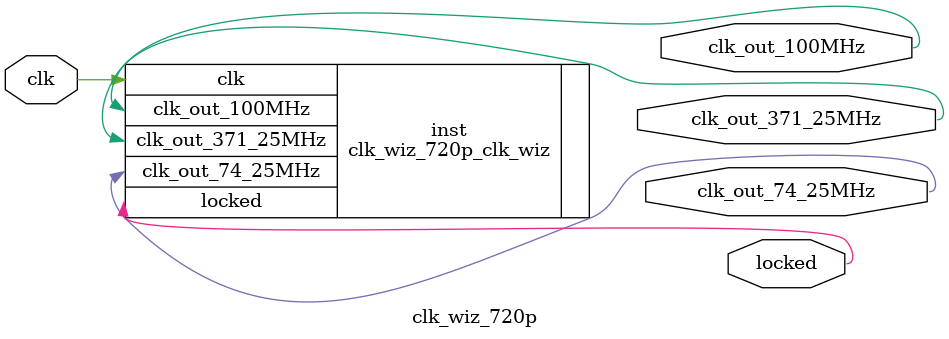
<source format=v>


`timescale 1ps/1ps

(* CORE_GENERATION_INFO = "clk_wiz_720p,clk_wiz_v6_0_9_0_0,{component_name=clk_wiz_720p,use_phase_alignment=true,use_min_o_jitter=false,use_max_i_jitter=false,use_dyn_phase_shift=false,use_inclk_switchover=false,use_dyn_reconfig=false,enable_axi=0,feedback_source=FDBK_AUTO,PRIMITIVE=MMCM,num_out_clk=3,clkin1_period=3.333,clkin2_period=10.0,use_power_down=false,use_reset=false,use_locked=true,use_inclk_stopped=false,feedback_type=SINGLE,CLOCK_MGR_TYPE=NA,manual_override=false}" *)

module clk_wiz_720p 
 (
  // Clock out ports
  output        clk_out_74_25MHz,
  output        clk_out_371_25MHz,
  output        clk_out_100MHz,
  // Status and control signals
  output        locked,
 // Clock in ports
  input         clk
 );

  clk_wiz_720p_clk_wiz inst
  (
  // Clock out ports  
  .clk_out_74_25MHz(clk_out_74_25MHz),
  .clk_out_371_25MHz(clk_out_371_25MHz),
  .clk_out_100MHz(clk_out_100MHz),
  // Status and control signals               
  .locked(locked),
 // Clock in ports
  .clk(clk)
  );

endmodule

</source>
